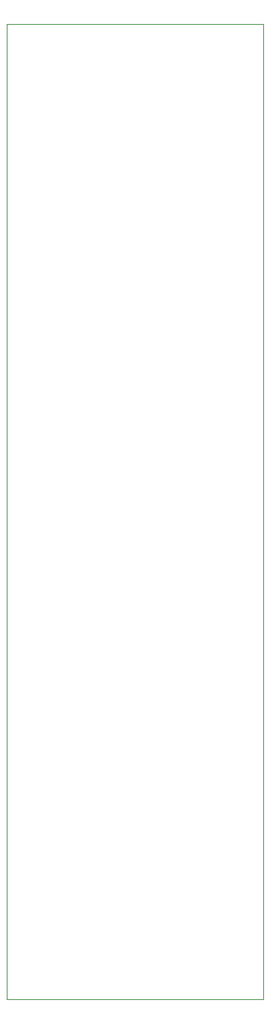
<source format=gm1>
G04 #@! TF.GenerationSoftware,KiCad,Pcbnew,(5.0.0)*
G04 #@! TF.CreationDate,2018-08-12T22:02:32+02:00*
G04 #@! TF.ProjectId,twobytwotone,74776F627974776F746F6E652E6B6963,rev?*
G04 #@! TF.SameCoordinates,Original*
G04 #@! TF.FileFunction,Profile,NP*
%FSLAX46Y46*%
G04 Gerber Fmt 4.6, Leading zero omitted, Abs format (unit mm)*
G04 Created by KiCad (PCBNEW (5.0.0)) date 08/12/18 22:02:32*
%MOMM*%
%LPD*%
G01*
G04 APERTURE LIST*
%ADD10C,0.025000*%
G04 APERTURE END LIST*
D10*
X29000000Y0D02*
X29000000Y-110000000D01*
X0Y0D02*
X29000000Y0D01*
X0Y-110000000D02*
X29000000Y-110000000D01*
X0Y0D02*
X0Y-110000000D01*
M02*

</source>
